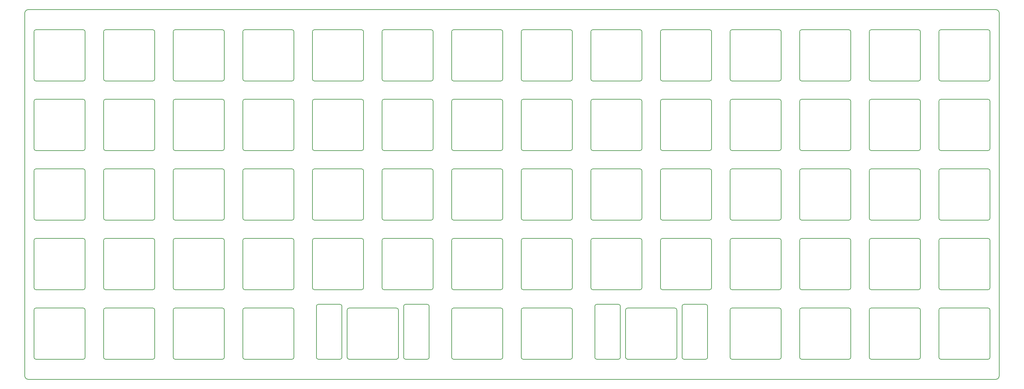
<source format=gbr>
%TF.GenerationSoftware,KiCad,Pcbnew,(6.0.4)*%
%TF.CreationDate,2022-09-11T20:29:28+10:00*%
%TF.ProjectId,plate,706c6174-652e-46b6-9963-61645f706362,rev?*%
%TF.SameCoordinates,Original*%
%TF.FileFunction,Profile,NP*%
%FSLAX46Y46*%
G04 Gerber Fmt 4.6, Leading zero omitted, Abs format (unit mm)*
G04 Created by KiCad (PCBNEW (6.0.4)) date 2022-09-11 20:29:28*
%MOMM*%
%LPD*%
G01*
G04 APERTURE LIST*
%TA.AperFunction,Profile*%
%ADD10C,0.200000*%
%TD*%
G04 APERTURE END LIST*
D10*
X59675000Y-22075000D02*
X59675000Y-35075000D01*
X2525000Y-92225000D02*
G75*
G03*
X3025000Y-92725000I500000J0D01*
G01*
X168925000Y-41125000D02*
G75*
G03*
X168425000Y-40625000I-500000J0D01*
G01*
X168925000Y-54125000D02*
X168925000Y-41125000D01*
X97775000Y-35075000D02*
G75*
G03*
X98275000Y-35575000I500000J0D01*
G01*
X225575000Y-73675000D02*
G75*
G03*
X226075000Y-73175000I0J500000D01*
G01*
X130325000Y-59675000D02*
X117325000Y-59675000D01*
X135875000Y-79225000D02*
X135875000Y-92225000D01*
X212575000Y-59675000D02*
G75*
G03*
X212075000Y-60175000I0J-500000D01*
G01*
X2525000Y-3025000D02*
X2525000Y-16025000D01*
X154925000Y-41125000D02*
X154925000Y-54125000D01*
X250675000Y-16525000D02*
X263675000Y-16525000D01*
X92725000Y-3025000D02*
G75*
G03*
X92225000Y-2525000I-500000J0D01*
G01*
X193525000Y-92725000D02*
X206525000Y-92725000D01*
X135875000Y-35075000D02*
G75*
G03*
X136375000Y-35575000I500000J0D01*
G01*
X250175000Y-92225000D02*
G75*
G03*
X250675000Y-92725000I500000J0D01*
G01*
X73175000Y-73675000D02*
G75*
G03*
X73675000Y-73175000I0J500000D01*
G01*
X263675000Y-59675000D02*
X250675000Y-59675000D01*
X130825000Y-79225000D02*
G75*
G03*
X130325000Y-78725000I-500000J0D01*
G01*
X78725000Y-60175000D02*
X78725000Y-73175000D01*
X155425000Y-73675000D02*
X168425000Y-73675000D01*
X111775000Y-73175000D02*
X111775000Y-60175000D01*
X35575000Y-54125000D02*
X35575000Y-41125000D01*
X22075000Y-54625000D02*
X35075000Y-54625000D01*
X35575000Y-60175000D02*
G75*
G03*
X35075000Y-59675000I-500000J0D01*
G01*
X187475000Y-40625000D02*
X174475000Y-40625000D01*
X16525000Y-54125000D02*
X16525000Y-41125000D01*
X250175000Y-79225000D02*
X250175000Y-92225000D01*
X193025000Y-54125000D02*
G75*
G03*
X193525000Y-54625000I500000J0D01*
G01*
X79225000Y-2525000D02*
G75*
G03*
X78725000Y-3025000I0J-500000D01*
G01*
X264175000Y-60175000D02*
G75*
G03*
X263675000Y-59675000I-500000J0D01*
G01*
X231125000Y-35075000D02*
G75*
G03*
X231625000Y-35575000I500000J0D01*
G01*
X117325000Y-2525000D02*
G75*
G03*
X116825000Y-3025000I0J-500000D01*
G01*
X98275000Y-54625000D02*
X111275000Y-54625000D01*
X225575000Y-40625000D02*
X212575000Y-40625000D01*
X231625000Y-35575000D02*
X244625000Y-35575000D01*
X102250000Y-92225000D02*
X102250000Y-79225000D01*
X263675000Y-16525000D02*
G75*
G03*
X264175000Y-16025000I0J500000D01*
G01*
X40625000Y-79225000D02*
X40625000Y-92225000D01*
X21575000Y-79225000D02*
X21575000Y-92225000D01*
X73175000Y-78725000D02*
X60175000Y-78725000D01*
X35575000Y-35075000D02*
X35575000Y-22075000D01*
X54125000Y-40625000D02*
X41125000Y-40625000D01*
X212575000Y-21575000D02*
G75*
G03*
X212075000Y-22075000I0J-500000D01*
G01*
X155425000Y-40625000D02*
G75*
G03*
X154925000Y-41125000I0J-500000D01*
G01*
X154925000Y-54125000D02*
G75*
G03*
X155425000Y-54625000I500000J0D01*
G01*
X92225000Y-16525000D02*
G75*
G03*
X92725000Y-16025000I0J500000D01*
G01*
X154925000Y-60175000D02*
X154925000Y-73175000D01*
X212075000Y-41125000D02*
X212075000Y-54125000D01*
X79225000Y-16525000D02*
X92225000Y-16525000D01*
X207025000Y-60175000D02*
G75*
G03*
X206525000Y-59675000I-500000J0D01*
G01*
X40625000Y-92225000D02*
G75*
G03*
X41125000Y-92725000I500000J0D01*
G01*
X156512000Y-77725000D02*
G75*
G03*
X156012000Y-78225000I0J-500000D01*
G01*
X35075000Y-59675000D02*
X22075000Y-59675000D01*
X212075000Y-54125000D02*
G75*
G03*
X212575000Y-54625000I500000J0D01*
G01*
X3025000Y-40625000D02*
G75*
G03*
X2525000Y-41125000I0J-500000D01*
G01*
X40625000Y-41125000D02*
X40625000Y-54125000D01*
X88250000Y-92225000D02*
G75*
G03*
X88750000Y-92725000I500000J0D01*
G01*
X3025000Y-54625000D02*
X16025000Y-54625000D01*
X168925000Y-22075000D02*
G75*
G03*
X168425000Y-21575000I-500000J0D01*
G01*
X250675000Y-59675000D02*
G75*
G03*
X250175000Y-60175000I0J-500000D01*
G01*
X16025000Y-54625000D02*
G75*
G03*
X16525000Y-54125000I0J500000D01*
G01*
X206525000Y-59675000D02*
X193525000Y-59675000D01*
X187475000Y-73675000D02*
G75*
G03*
X187975000Y-73175000I0J500000D01*
G01*
X54125000Y-2525000D02*
X41125000Y-2525000D01*
X187975000Y-54125000D02*
X187975000Y-41125000D01*
X111275000Y-73675000D02*
G75*
G03*
X111775000Y-73175000I0J500000D01*
G01*
X136375000Y-35575000D02*
X149375000Y-35575000D01*
X92725000Y-41125000D02*
G75*
G03*
X92225000Y-40625000I-500000J0D01*
G01*
X16025000Y-59675000D02*
X3025000Y-59675000D01*
X21575000Y-22075000D02*
X21575000Y-35075000D01*
X60175000Y-21575000D02*
G75*
G03*
X59675000Y-22075000I0J-500000D01*
G01*
X78725000Y-73175000D02*
G75*
G03*
X79225000Y-73675000I500000J0D01*
G01*
X265700000Y-98250000D02*
X1000000Y-98250000D01*
X35575000Y-16025000D02*
X35575000Y-3025000D01*
X168425000Y-40625000D02*
X155425000Y-40625000D01*
X130325000Y-92725000D02*
G75*
G03*
X130825000Y-92225000I0J500000D01*
G01*
X41125000Y-21575000D02*
G75*
G03*
X40625000Y-22075000I0J-500000D01*
G01*
X263675000Y-54625000D02*
G75*
G03*
X264175000Y-54125000I0J500000D01*
G01*
X104188000Y-77725000D02*
G75*
G03*
X103688000Y-78225000I0J-500000D01*
G01*
X21575000Y-60175000D02*
X21575000Y-73175000D01*
X156512000Y-92725000D02*
X162512000Y-92725000D01*
X41125000Y-16525000D02*
X54125000Y-16525000D01*
X2525000Y-16025000D02*
G75*
G03*
X3025000Y-16525000I500000J0D01*
G01*
X88250000Y-79225000D02*
X88250000Y-92225000D01*
X97775000Y-60175000D02*
X97775000Y-73175000D01*
X156012000Y-92225000D02*
G75*
G03*
X156512000Y-92725000I500000J0D01*
G01*
X92225000Y-40625000D02*
X79225000Y-40625000D01*
X73175000Y-59675000D02*
X60175000Y-59675000D01*
X149375000Y-92725000D02*
G75*
G03*
X149875000Y-92225000I0J500000D01*
G01*
X117325000Y-78725000D02*
G75*
G03*
X116825000Y-79225000I0J-500000D01*
G01*
X162512000Y-77725000D02*
X156512000Y-77725000D01*
X193025000Y-73175000D02*
G75*
G03*
X193525000Y-73675000I500000J0D01*
G01*
X73175000Y-21575000D02*
X60175000Y-21575000D01*
X231125000Y-79225000D02*
X231125000Y-92225000D01*
X35575000Y-73175000D02*
X35575000Y-60175000D01*
X212075000Y-35075000D02*
G75*
G03*
X212575000Y-35575000I500000J0D01*
G01*
X173975000Y-16025000D02*
G75*
G03*
X174475000Y-16525000I500000J0D01*
G01*
X225575000Y-59675000D02*
X212575000Y-59675000D01*
X116825000Y-73175000D02*
G75*
G03*
X117325000Y-73675000I500000J0D01*
G01*
X155425000Y-35575000D02*
X168425000Y-35575000D01*
X98275000Y-16525000D02*
X111275000Y-16525000D01*
X263675000Y-35575000D02*
G75*
G03*
X264175000Y-35075000I0J500000D01*
G01*
X41125000Y-35575000D02*
X54125000Y-35575000D01*
X193025000Y-60175000D02*
X193025000Y-73175000D01*
X212075000Y-3025000D02*
X212075000Y-16025000D01*
X98275000Y-40625000D02*
G75*
G03*
X97775000Y-41125000I0J-500000D01*
G01*
X149875000Y-79225000D02*
G75*
G03*
X149375000Y-78725000I-500000J0D01*
G01*
X226075000Y-92225000D02*
X226075000Y-79225000D01*
X78725000Y-35075000D02*
G75*
G03*
X79225000Y-35575000I500000J0D01*
G01*
X231125000Y-3025000D02*
X231125000Y-16025000D01*
X98275000Y-59675000D02*
G75*
G03*
X97775000Y-60175000I0J-500000D01*
G01*
X111275000Y-40625000D02*
X98275000Y-40625000D01*
X21575000Y-16025000D02*
G75*
G03*
X22075000Y-16525000I500000J0D01*
G01*
X130325000Y-16525000D02*
G75*
G03*
X130825000Y-16025000I0J500000D01*
G01*
X35075000Y-21575000D02*
X22075000Y-21575000D01*
X212575000Y-78725000D02*
G75*
G03*
X212075000Y-79225000I0J-500000D01*
G01*
X92225000Y-73675000D02*
G75*
G03*
X92725000Y-73175000I0J500000D01*
G01*
X98275000Y-21575000D02*
G75*
G03*
X97775000Y-22075000I0J-500000D01*
G01*
X149875000Y-54125000D02*
X149875000Y-41125000D01*
X244625000Y-59675000D02*
X231625000Y-59675000D01*
X187475000Y-54625000D02*
G75*
G03*
X187975000Y-54125000I0J500000D01*
G01*
X111775000Y-54125000D02*
X111775000Y-41125000D01*
X154925000Y-3025000D02*
X154925000Y-16025000D01*
X244625000Y-35575000D02*
G75*
G03*
X245125000Y-35075000I0J500000D01*
G01*
X244625000Y-2525000D02*
X231625000Y-2525000D01*
X226075000Y-79225000D02*
G75*
G03*
X225575000Y-78725000I-500000J0D01*
G01*
X3025000Y-78725000D02*
G75*
G03*
X2525000Y-79225000I0J-500000D01*
G01*
X193025000Y-22075000D02*
X193025000Y-35075000D01*
X79225000Y-59675000D02*
G75*
G03*
X78725000Y-60175000I0J-500000D01*
G01*
X225575000Y-16525000D02*
G75*
G03*
X226075000Y-16025000I0J500000D01*
G01*
X40625000Y-73175000D02*
G75*
G03*
X41125000Y-73675000I500000J0D01*
G01*
X206525000Y-16525000D02*
G75*
G03*
X207025000Y-16025000I0J500000D01*
G01*
X16025000Y-2525000D02*
X3025000Y-2525000D01*
X263675000Y-2525000D02*
X250675000Y-2525000D01*
X40625000Y-54125000D02*
G75*
G03*
X41125000Y-54625000I500000J0D01*
G01*
X266700000Y2000000D02*
X266700000Y-97250000D01*
X174475000Y-54625000D02*
X187475000Y-54625000D01*
X193525000Y-54625000D02*
X206525000Y-54625000D01*
X136375000Y-78725000D02*
G75*
G03*
X135875000Y-79225000I0J-500000D01*
G01*
X110188000Y-77725000D02*
X104188000Y-77725000D01*
X212575000Y-40625000D02*
G75*
G03*
X212075000Y-41125000I0J-500000D01*
G01*
X193025000Y-41125000D02*
X193025000Y-54125000D01*
X86812000Y-92225000D02*
X86812000Y-78225000D01*
X266700000Y2000000D02*
G75*
G03*
X265700000Y3000000I-1000000J0D01*
G01*
X35575000Y-3025000D02*
G75*
G03*
X35075000Y-2525000I-500000J0D01*
G01*
X193525000Y-16525000D02*
X206525000Y-16525000D01*
X264175000Y-3025000D02*
G75*
G03*
X263675000Y-2525000I-500000J0D01*
G01*
X80312000Y-77725000D02*
G75*
G03*
X79812000Y-78225000I0J-500000D01*
G01*
X231125000Y-73175000D02*
G75*
G03*
X231625000Y-73675000I500000J0D01*
G01*
X2525000Y-73175000D02*
G75*
G03*
X3025000Y-73675000I500000J0D01*
G01*
X41125000Y-92725000D02*
X54125000Y-92725000D01*
X135875000Y-73175000D02*
G75*
G03*
X136375000Y-73675000I500000J0D01*
G01*
X110188000Y-92725000D02*
G75*
G03*
X110688000Y-92225000I0J500000D01*
G01*
X212075000Y-16025000D02*
G75*
G03*
X212575000Y-16525000I500000J0D01*
G01*
X88750000Y-92725000D02*
X101750000Y-92725000D01*
X154925000Y-16025000D02*
G75*
G03*
X155425000Y-16525000I500000J0D01*
G01*
X88750000Y-78725000D02*
G75*
G03*
X88250000Y-79225000I0J-500000D01*
G01*
X16025000Y-40625000D02*
X3025000Y-40625000D01*
X54625000Y-22075000D02*
G75*
G03*
X54125000Y-21575000I-500000J0D01*
G01*
X179888000Y-92225000D02*
G75*
G03*
X180388000Y-92725000I500000J0D01*
G01*
X225575000Y-21575000D02*
X212575000Y-21575000D01*
X263675000Y-40625000D02*
X250675000Y-40625000D01*
X250175000Y-22075000D02*
X250175000Y-35075000D01*
X86312000Y-77725000D02*
X80312000Y-77725000D01*
X2525000Y-22075000D02*
X2525000Y-35075000D01*
X79225000Y-73675000D02*
X92225000Y-73675000D01*
X21575000Y-3025000D02*
X21575000Y-16025000D01*
X35075000Y-35575000D02*
G75*
G03*
X35575000Y-35075000I0J500000D01*
G01*
X250675000Y-92725000D02*
X263675000Y-92725000D01*
X206525000Y-54625000D02*
G75*
G03*
X207025000Y-54125000I0J500000D01*
G01*
X130825000Y-35075000D02*
X130825000Y-22075000D01*
X250675000Y-73675000D02*
X263675000Y-73675000D01*
X149375000Y-21575000D02*
X136375000Y-21575000D01*
X21575000Y-35075000D02*
G75*
G03*
X22075000Y-35575000I500000J0D01*
G01*
X73175000Y-35575000D02*
G75*
G03*
X73675000Y-35075000I0J500000D01*
G01*
X54125000Y-54625000D02*
G75*
G03*
X54625000Y-54125000I0J500000D01*
G01*
X54625000Y-41125000D02*
G75*
G03*
X54125000Y-40625000I-500000J0D01*
G01*
X178450000Y-92225000D02*
X178450000Y-79225000D01*
X231625000Y-2525000D02*
G75*
G03*
X231125000Y-3025000I0J-500000D01*
G01*
X187975000Y-41125000D02*
G75*
G03*
X187475000Y-40625000I-500000J0D01*
G01*
X245125000Y-92225000D02*
X245125000Y-79225000D01*
X180388000Y-92725000D02*
X186388000Y-92725000D01*
X0Y-97250000D02*
X0Y2000000D01*
X212575000Y-54625000D02*
X225575000Y-54625000D01*
X98275000Y-35575000D02*
X111275000Y-35575000D01*
X92725000Y-60175000D02*
G75*
G03*
X92225000Y-59675000I-500000J0D01*
G01*
X245125000Y-35075000D02*
X245125000Y-22075000D01*
X149875000Y-16025000D02*
X149875000Y-3025000D01*
X103688000Y-78225000D02*
X103688000Y-92225000D01*
X41125000Y-59675000D02*
G75*
G03*
X40625000Y-60175000I0J-500000D01*
G01*
X111275000Y-21575000D02*
X98275000Y-21575000D01*
X149875000Y-73175000D02*
X149875000Y-60175000D01*
X250175000Y-35075000D02*
G75*
G03*
X250675000Y-35575000I500000J0D01*
G01*
X226075000Y-54125000D02*
X226075000Y-41125000D01*
X168925000Y-16025000D02*
X168925000Y-3025000D01*
X168925000Y-3025000D02*
G75*
G03*
X168425000Y-2525000I-500000J0D01*
G01*
X98275000Y-73675000D02*
X111275000Y-73675000D01*
X92725000Y-54125000D02*
X92725000Y-41125000D01*
X22075000Y-21575000D02*
G75*
G03*
X21575000Y-22075000I0J-500000D01*
G01*
X173975000Y-60175000D02*
X173975000Y-73175000D01*
X174475000Y-59675000D02*
G75*
G03*
X173975000Y-60175000I0J-500000D01*
G01*
X264175000Y-16025000D02*
X264175000Y-3025000D01*
X135875000Y-92225000D02*
G75*
G03*
X136375000Y-92725000I500000J0D01*
G01*
X111775000Y-35075000D02*
X111775000Y-22075000D01*
X250675000Y-2525000D02*
G75*
G03*
X250175000Y-3025000I0J-500000D01*
G01*
X149375000Y-54625000D02*
G75*
G03*
X149875000Y-54125000I0J500000D01*
G01*
X41125000Y-54625000D02*
X54125000Y-54625000D01*
X263675000Y-78725000D02*
X250675000Y-78725000D01*
X149375000Y-59675000D02*
X136375000Y-59675000D01*
X225575000Y-35575000D02*
G75*
G03*
X226075000Y-35075000I0J500000D01*
G01*
X193525000Y-2525000D02*
G75*
G03*
X193025000Y-3025000I0J-500000D01*
G01*
X92225000Y-59675000D02*
X79225000Y-59675000D01*
X244625000Y-92725000D02*
G75*
G03*
X245125000Y-92225000I0J500000D01*
G01*
X92725000Y-16025000D02*
X92725000Y-3025000D01*
X60175000Y-16525000D02*
X73175000Y-16525000D01*
X130825000Y-54125000D02*
X130825000Y-41125000D01*
X149875000Y-60175000D02*
G75*
G03*
X149375000Y-59675000I-500000J0D01*
G01*
X135875000Y-16025000D02*
G75*
G03*
X136375000Y-16525000I500000J0D01*
G01*
X116825000Y-79225000D02*
X116825000Y-92225000D01*
X212575000Y-16525000D02*
X225575000Y-16525000D01*
X73675000Y-35075000D02*
X73675000Y-22075000D01*
X168425000Y-16525000D02*
G75*
G03*
X168925000Y-16025000I0J500000D01*
G01*
X59675000Y-35075000D02*
G75*
G03*
X60175000Y-35575000I500000J0D01*
G01*
X231125000Y-92225000D02*
G75*
G03*
X231625000Y-92725000I500000J0D01*
G01*
X54625000Y-16025000D02*
X54625000Y-3025000D01*
X97775000Y-3025000D02*
X97775000Y-16025000D01*
X3025000Y-35575000D02*
X16025000Y-35575000D01*
X116825000Y-92225000D02*
G75*
G03*
X117325000Y-92725000I500000J0D01*
G01*
X40625000Y-3025000D02*
X40625000Y-16025000D01*
X59675000Y-60175000D02*
X59675000Y-73175000D01*
X149375000Y-2525000D02*
X136375000Y-2525000D01*
X117325000Y-16525000D02*
X130325000Y-16525000D01*
X22075000Y-59675000D02*
G75*
G03*
X21575000Y-60175000I0J-500000D01*
G01*
X104188000Y-92725000D02*
X110188000Y-92725000D01*
X244625000Y-40625000D02*
X231625000Y-40625000D01*
X244625000Y-54625000D02*
G75*
G03*
X245125000Y-54125000I0J500000D01*
G01*
X22075000Y-2525000D02*
G75*
G03*
X21575000Y-3025000I0J-500000D01*
G01*
X116825000Y-35075000D02*
G75*
G03*
X117325000Y-35575000I500000J0D01*
G01*
X212575000Y-2525000D02*
G75*
G03*
X212075000Y-3025000I0J-500000D01*
G01*
X2525000Y-60175000D02*
X2525000Y-73175000D01*
X60175000Y-92725000D02*
X73175000Y-92725000D01*
X168425000Y-73675000D02*
G75*
G03*
X168925000Y-73175000I0J500000D01*
G01*
X174475000Y-16525000D02*
X187475000Y-16525000D01*
X149875000Y-35075000D02*
X149875000Y-22075000D01*
X59675000Y-16025000D02*
G75*
G03*
X60175000Y-16525000I500000J0D01*
G01*
X187475000Y-21575000D02*
X174475000Y-21575000D01*
X231625000Y-78725000D02*
G75*
G03*
X231125000Y-79225000I0J-500000D01*
G01*
X177950000Y-78725000D02*
X164950000Y-78725000D01*
X98275000Y-2525000D02*
G75*
G03*
X97775000Y-3025000I0J-500000D01*
G01*
X116825000Y-60175000D02*
X116825000Y-73175000D01*
X207025000Y-54125000D02*
X207025000Y-41125000D01*
X130825000Y-22075000D02*
G75*
G03*
X130325000Y-21575000I-500000J0D01*
G01*
X35575000Y-79225000D02*
G75*
G03*
X35075000Y-78725000I-500000J0D01*
G01*
X79225000Y-35575000D02*
X92225000Y-35575000D01*
X116825000Y-54125000D02*
G75*
G03*
X117325000Y-54625000I500000J0D01*
G01*
X54125000Y-73675000D02*
G75*
G03*
X54625000Y-73175000I0J500000D01*
G01*
X21575000Y-54125000D02*
G75*
G03*
X22075000Y-54625000I500000J0D01*
G01*
X136375000Y-16525000D02*
X149375000Y-16525000D01*
X207025000Y-79225000D02*
G75*
G03*
X206525000Y-78725000I-500000J0D01*
G01*
X245125000Y-22075000D02*
G75*
G03*
X244625000Y-21575000I-500000J0D01*
G01*
X168425000Y-35575000D02*
G75*
G03*
X168925000Y-35075000I0J500000D01*
G01*
X130825000Y-3025000D02*
G75*
G03*
X130325000Y-2525000I-500000J0D01*
G01*
X187975000Y-60175000D02*
G75*
G03*
X187475000Y-59675000I-500000J0D01*
G01*
X3025000Y-73675000D02*
X16025000Y-73675000D01*
X212575000Y-73675000D02*
X225575000Y-73675000D01*
X193525000Y-40625000D02*
G75*
G03*
X193025000Y-41125000I0J-500000D01*
G01*
X73675000Y-92225000D02*
X73675000Y-79225000D01*
X16525000Y-3025000D02*
G75*
G03*
X16025000Y-2525000I-500000J0D01*
G01*
X130825000Y-60175000D02*
G75*
G03*
X130325000Y-59675000I-500000J0D01*
G01*
X60175000Y-73675000D02*
X73175000Y-73675000D01*
X245125000Y-41125000D02*
G75*
G03*
X244625000Y-40625000I-500000J0D01*
G01*
X60175000Y-40625000D02*
G75*
G03*
X59675000Y-41125000I0J-500000D01*
G01*
X73675000Y-41125000D02*
G75*
G03*
X73175000Y-40625000I-500000J0D01*
G01*
X3025000Y-16525000D02*
X16025000Y-16525000D01*
X130325000Y-2525000D02*
X117325000Y-2525000D01*
X149875000Y-41125000D02*
G75*
G03*
X149375000Y-40625000I-500000J0D01*
G01*
X174475000Y-40625000D02*
G75*
G03*
X173975000Y-41125000I0J-500000D01*
G01*
X193025000Y-79225000D02*
X193025000Y-92225000D01*
X250675000Y-21575000D02*
G75*
G03*
X250175000Y-22075000I0J-500000D01*
G01*
X40625000Y-16025000D02*
G75*
G03*
X41125000Y-16525000I500000J0D01*
G01*
X35075000Y-73675000D02*
G75*
G03*
X35575000Y-73175000I0J500000D01*
G01*
X231625000Y-40625000D02*
G75*
G03*
X231125000Y-41125000I0J-500000D01*
G01*
X16025000Y-78725000D02*
X3025000Y-78725000D01*
X174475000Y-21575000D02*
G75*
G03*
X173975000Y-22075000I0J-500000D01*
G01*
X135875000Y-3025000D02*
X135875000Y-16025000D01*
X179888000Y-78225000D02*
X179888000Y-92225000D01*
X22075000Y-92725000D02*
X35075000Y-92725000D01*
X97775000Y-54125000D02*
G75*
G03*
X98275000Y-54625000I500000J0D01*
G01*
X79225000Y-40625000D02*
G75*
G03*
X78725000Y-41125000I0J-500000D01*
G01*
X16025000Y-35575000D02*
G75*
G03*
X16525000Y-35075000I0J500000D01*
G01*
X187975000Y-35075000D02*
X187975000Y-22075000D01*
X136375000Y-73675000D02*
X149375000Y-73675000D01*
X174475000Y-35575000D02*
X187475000Y-35575000D01*
X207025000Y-41125000D02*
G75*
G03*
X206525000Y-40625000I-500000J0D01*
G01*
X173975000Y-73175000D02*
G75*
G03*
X174475000Y-73675000I500000J0D01*
G01*
X155425000Y-2525000D02*
G75*
G03*
X154925000Y-3025000I0J-500000D01*
G01*
X187475000Y-35575000D02*
G75*
G03*
X187975000Y-35075000I0J500000D01*
G01*
X35575000Y-92225000D02*
X35575000Y-79225000D01*
X164950000Y-92725000D02*
X177950000Y-92725000D01*
X231625000Y-16525000D02*
X244625000Y-16525000D01*
X206525000Y-92725000D02*
G75*
G03*
X207025000Y-92225000I0J500000D01*
G01*
X250675000Y-40625000D02*
G75*
G03*
X250175000Y-41125000I0J-500000D01*
G01*
X245125000Y-3025000D02*
G75*
G03*
X244625000Y-2525000I-500000J0D01*
G01*
X22075000Y-16525000D02*
X35075000Y-16525000D01*
X162512000Y-92725000D02*
G75*
G03*
X163012000Y-92225000I0J500000D01*
G01*
X97775000Y-41125000D02*
X97775000Y-54125000D01*
X60175000Y-59675000D02*
G75*
G03*
X59675000Y-60175000I0J-500000D01*
G01*
X2525000Y-79225000D02*
X2525000Y-92225000D01*
X264175000Y-79225000D02*
G75*
G03*
X263675000Y-78725000I-500000J0D01*
G01*
X212075000Y-73175000D02*
G75*
G03*
X212575000Y-73675000I500000J0D01*
G01*
X3025000Y-2525000D02*
G75*
G03*
X2525000Y-3025000I0J-500000D01*
G01*
X92225000Y-2525000D02*
X79225000Y-2525000D01*
X73175000Y-40625000D02*
X60175000Y-40625000D01*
X193025000Y-3025000D02*
X193025000Y-16025000D01*
X225575000Y-54625000D02*
G75*
G03*
X226075000Y-54125000I0J500000D01*
G01*
X2525000Y-41125000D02*
X2525000Y-54125000D01*
X155425000Y-21575000D02*
G75*
G03*
X154925000Y-22075000I0J-500000D01*
G01*
X206525000Y-35575000D02*
G75*
G03*
X207025000Y-35075000I0J500000D01*
G01*
X149375000Y-35575000D02*
G75*
G03*
X149875000Y-35075000I0J500000D01*
G01*
X35075000Y-92725000D02*
G75*
G03*
X35575000Y-92225000I0J500000D01*
G01*
X226075000Y-60175000D02*
G75*
G03*
X225575000Y-59675000I-500000J0D01*
G01*
X149875000Y-92225000D02*
X149875000Y-79225000D01*
X92725000Y-22075000D02*
G75*
G03*
X92225000Y-21575000I-500000J0D01*
G01*
X101750000Y-78725000D02*
X88750000Y-78725000D01*
X60175000Y-78725000D02*
G75*
G03*
X59675000Y-79225000I0J-500000D01*
G01*
X73675000Y-79225000D02*
G75*
G03*
X73175000Y-78725000I-500000J0D01*
G01*
X40625000Y-35075000D02*
G75*
G03*
X41125000Y-35575000I500000J0D01*
G01*
X168925000Y-35075000D02*
X168925000Y-22075000D01*
X78725000Y-3025000D02*
X78725000Y-16025000D01*
X40625000Y-22075000D02*
X40625000Y-35075000D01*
X92225000Y-21575000D02*
X79225000Y-21575000D01*
X97775000Y-73175000D02*
G75*
G03*
X98275000Y-73675000I500000J0D01*
G01*
X35075000Y-40625000D02*
X22075000Y-40625000D01*
X92725000Y-35075000D02*
X92725000Y-22075000D01*
X250175000Y-60175000D02*
X250175000Y-73175000D01*
X226075000Y-16025000D02*
X226075000Y-3025000D01*
X22075000Y-40625000D02*
G75*
G03*
X21575000Y-41125000I0J-500000D01*
G01*
X231125000Y-41125000D02*
X231125000Y-54125000D01*
X60175000Y-2525000D02*
G75*
G03*
X59675000Y-3025000I0J-500000D01*
G01*
X193025000Y-92225000D02*
G75*
G03*
X193525000Y-92725000I500000J0D01*
G01*
X207025000Y-16025000D02*
X207025000Y-3025000D01*
X73675000Y-73175000D02*
X73675000Y-60175000D01*
X78725000Y-16025000D02*
G75*
G03*
X79225000Y-16525000I500000J0D01*
G01*
X54625000Y-35075000D02*
X54625000Y-22075000D01*
X186388000Y-92725000D02*
G75*
G03*
X186888000Y-92225000I0J500000D01*
G01*
X54125000Y-78725000D02*
X41125000Y-78725000D01*
X173975000Y-22075000D02*
X173975000Y-35075000D01*
X54625000Y-92225000D02*
X54625000Y-79225000D01*
X22075000Y-35575000D02*
X35075000Y-35575000D01*
X168425000Y-54625000D02*
G75*
G03*
X168925000Y-54125000I0J500000D01*
G01*
X231625000Y-59675000D02*
G75*
G03*
X231125000Y-60175000I0J-500000D01*
G01*
X73675000Y-54125000D02*
X73675000Y-41125000D01*
X59675000Y-73175000D02*
G75*
G03*
X60175000Y-73675000I500000J0D01*
G01*
X21575000Y-73175000D02*
G75*
G03*
X22075000Y-73675000I500000J0D01*
G01*
X73175000Y-16525000D02*
G75*
G03*
X73675000Y-16025000I0J500000D01*
G01*
X1000000Y3000000D02*
G75*
G03*
X0Y2000000I0J-1000000D01*
G01*
X207025000Y-3025000D02*
G75*
G03*
X206525000Y-2525000I-500000J0D01*
G01*
X135875000Y-54125000D02*
G75*
G03*
X136375000Y-54625000I500000J0D01*
G01*
X193525000Y-73675000D02*
X206525000Y-73675000D01*
X212575000Y-92725000D02*
X225575000Y-92725000D01*
X54125000Y-59675000D02*
X41125000Y-59675000D01*
X41125000Y-40625000D02*
G75*
G03*
X40625000Y-41125000I0J-500000D01*
G01*
X22075000Y-78725000D02*
G75*
G03*
X21575000Y-79225000I0J-500000D01*
G01*
X130825000Y-73175000D02*
X130825000Y-60175000D01*
X103688000Y-92225000D02*
G75*
G03*
X104188000Y-92725000I500000J0D01*
G01*
X78725000Y-54125000D02*
G75*
G03*
X79225000Y-54625000I500000J0D01*
G01*
X73675000Y-60175000D02*
G75*
G03*
X73175000Y-59675000I-500000J0D01*
G01*
X16525000Y-79225000D02*
G75*
G03*
X16025000Y-78725000I-500000J0D01*
G01*
X212075000Y-22075000D02*
X212075000Y-35075000D01*
X168425000Y-59675000D02*
X155425000Y-59675000D01*
X231125000Y-54125000D02*
G75*
G03*
X231625000Y-54625000I500000J0D01*
G01*
X101750000Y-92725000D02*
G75*
G03*
X102250000Y-92225000I0J500000D01*
G01*
X263675000Y-21575000D02*
X250675000Y-21575000D01*
X174475000Y-2525000D02*
G75*
G03*
X173975000Y-3025000I0J-500000D01*
G01*
X231625000Y-73675000D02*
X244625000Y-73675000D01*
X16025000Y-21575000D02*
X3025000Y-21575000D01*
X21575000Y-41125000D02*
X21575000Y-54125000D01*
X264175000Y-73175000D02*
X264175000Y-60175000D01*
X187975000Y-16025000D02*
X187975000Y-3025000D01*
X41125000Y-78725000D02*
G75*
G03*
X40625000Y-79225000I0J-500000D01*
G01*
X35075000Y-54625000D02*
G75*
G03*
X35575000Y-54125000I0J500000D01*
G01*
X73175000Y-92725000D02*
G75*
G03*
X73675000Y-92225000I0J500000D01*
G01*
X86312000Y-92725000D02*
G75*
G03*
X86812000Y-92225000I0J500000D01*
G01*
X2525000Y-35075000D02*
G75*
G03*
X3025000Y-35575000I500000J0D01*
G01*
X245125000Y-60175000D02*
G75*
G03*
X244625000Y-59675000I-500000J0D01*
G01*
X187975000Y-3025000D02*
G75*
G03*
X187475000Y-2525000I-500000J0D01*
G01*
X135875000Y-41125000D02*
X135875000Y-54125000D01*
X155425000Y-59675000D02*
G75*
G03*
X154925000Y-60175000I0J-500000D01*
G01*
X117325000Y-92725000D02*
X130325000Y-92725000D01*
X173975000Y-35075000D02*
G75*
G03*
X174475000Y-35575000I500000J0D01*
G01*
X3025000Y-21575000D02*
G75*
G03*
X2525000Y-22075000I0J-500000D01*
G01*
X154925000Y-22075000D02*
X154925000Y-35075000D01*
X35075000Y-16525000D02*
G75*
G03*
X35575000Y-16025000I0J500000D01*
G01*
X207025000Y-92225000D02*
X207025000Y-79225000D01*
X250175000Y-16025000D02*
G75*
G03*
X250675000Y-16525000I500000J0D01*
G01*
X264175000Y-54125000D02*
X264175000Y-41125000D01*
X117325000Y-40625000D02*
G75*
G03*
X116825000Y-41125000I0J-500000D01*
G01*
X73675000Y-3025000D02*
G75*
G03*
X73175000Y-2525000I-500000J0D01*
G01*
X164450000Y-92225000D02*
G75*
G03*
X164950000Y-92725000I500000J0D01*
G01*
X250175000Y-3025000D02*
X250175000Y-16025000D01*
X149375000Y-40625000D02*
X136375000Y-40625000D01*
X149875000Y-3025000D02*
G75*
G03*
X149375000Y-2525000I-500000J0D01*
G01*
X244625000Y-16525000D02*
G75*
G03*
X245125000Y-16025000I0J500000D01*
G01*
X54125000Y-16525000D02*
G75*
G03*
X54625000Y-16025000I0J500000D01*
G01*
X35575000Y-22075000D02*
G75*
G03*
X35075000Y-21575000I-500000J0D01*
G01*
X130325000Y-54625000D02*
G75*
G03*
X130825000Y-54125000I0J500000D01*
G01*
X78725000Y-22075000D02*
X78725000Y-35075000D01*
X173975000Y-41125000D02*
X173975000Y-54125000D01*
X111275000Y-2525000D02*
X98275000Y-2525000D01*
X226075000Y-73175000D02*
X226075000Y-60175000D01*
X163012000Y-78225000D02*
G75*
G03*
X162512000Y-77725000I-500000J0D01*
G01*
X231625000Y-92725000D02*
X244625000Y-92725000D01*
X110688000Y-78225000D02*
G75*
G03*
X110188000Y-77725000I-500000J0D01*
G01*
X1000000Y3000000D02*
X265700000Y3000000D01*
X136375000Y-59675000D02*
G75*
G03*
X135875000Y-60175000I0J-500000D01*
G01*
X186888000Y-92225000D02*
X186888000Y-78225000D01*
X111275000Y-54625000D02*
G75*
G03*
X111775000Y-54125000I0J500000D01*
G01*
X130325000Y-78725000D02*
X117325000Y-78725000D01*
X41125000Y-73675000D02*
X54125000Y-73675000D01*
X3025000Y-92725000D02*
X16025000Y-92725000D01*
X186388000Y-77725000D02*
X180388000Y-77725000D01*
X16525000Y-73175000D02*
X16525000Y-60175000D01*
X54125000Y-21575000D02*
X41125000Y-21575000D01*
X3025000Y-59675000D02*
G75*
G03*
X2525000Y-60175000I0J-500000D01*
G01*
X263675000Y-92725000D02*
G75*
G03*
X264175000Y-92225000I0J500000D01*
G01*
X111775000Y-16025000D02*
X111775000Y-3025000D01*
X92725000Y-73175000D02*
X92725000Y-60175000D01*
X250675000Y-35575000D02*
X263675000Y-35575000D01*
X226075000Y-35075000D02*
X226075000Y-22075000D01*
X130325000Y-21575000D02*
X117325000Y-21575000D01*
X135875000Y-22075000D02*
X135875000Y-35075000D01*
X193525000Y-35575000D02*
X206525000Y-35575000D01*
X193525000Y-21575000D02*
G75*
G03*
X193025000Y-22075000I0J-500000D01*
G01*
X54125000Y-35575000D02*
G75*
G03*
X54625000Y-35075000I0J500000D01*
G01*
X116825000Y-3025000D02*
X116825000Y-16025000D01*
X117325000Y-35575000D02*
X130325000Y-35575000D01*
X97775000Y-22075000D02*
X97775000Y-35075000D01*
X180388000Y-77725000D02*
G75*
G03*
X179888000Y-78225000I0J-500000D01*
G01*
X79812000Y-92225000D02*
G75*
G03*
X80312000Y-92725000I500000J0D01*
G01*
X225575000Y-2525000D02*
X212575000Y-2525000D01*
X250675000Y-54625000D02*
X263675000Y-54625000D01*
X73175000Y-2525000D02*
X60175000Y-2525000D01*
X149375000Y-73675000D02*
G75*
G03*
X149875000Y-73175000I0J500000D01*
G01*
X130325000Y-73675000D02*
G75*
G03*
X130825000Y-73175000I0J500000D01*
G01*
X16025000Y-16525000D02*
G75*
G03*
X16525000Y-16025000I0J500000D01*
G01*
X231125000Y-60175000D02*
X231125000Y-73175000D01*
X245125000Y-54125000D02*
X245125000Y-41125000D01*
X186888000Y-78225000D02*
G75*
G03*
X186388000Y-77725000I-500000J0D01*
G01*
X206525000Y-40625000D02*
X193525000Y-40625000D01*
X16025000Y-73675000D02*
G75*
G03*
X16525000Y-73175000I0J500000D01*
G01*
X164450000Y-79225000D02*
X164450000Y-92225000D01*
X244625000Y-21575000D02*
X231625000Y-21575000D01*
X0Y-97250000D02*
G75*
G03*
X1000000Y-98250000I1000000J0D01*
G01*
X155425000Y-54625000D02*
X168425000Y-54625000D01*
X250675000Y-78725000D02*
G75*
G03*
X250175000Y-79225000I0J-500000D01*
G01*
X163012000Y-92225000D02*
X163012000Y-78225000D01*
X244625000Y-73675000D02*
G75*
G03*
X245125000Y-73175000I0J500000D01*
G01*
X102250000Y-79225000D02*
G75*
G03*
X101750000Y-78725000I-500000J0D01*
G01*
X16525000Y-22075000D02*
G75*
G03*
X16025000Y-21575000I-500000J0D01*
G01*
X250175000Y-54125000D02*
G75*
G03*
X250675000Y-54625000I500000J0D01*
G01*
X168925000Y-73175000D02*
X168925000Y-60175000D01*
X73175000Y-54625000D02*
G75*
G03*
X73675000Y-54125000I0J500000D01*
G01*
X207025000Y-35075000D02*
X207025000Y-22075000D01*
X59675000Y-79225000D02*
X59675000Y-92225000D01*
X231125000Y-16025000D02*
G75*
G03*
X231625000Y-16525000I500000J0D01*
G01*
X80312000Y-92725000D02*
X86312000Y-92725000D01*
X264175000Y-35075000D02*
X264175000Y-22075000D01*
X149375000Y-78725000D02*
X136375000Y-78725000D01*
X78725000Y-41125000D02*
X78725000Y-54125000D01*
X117325000Y-54625000D02*
X130325000Y-54625000D01*
X226075000Y-41125000D02*
G75*
G03*
X225575000Y-40625000I-500000J0D01*
G01*
X263675000Y-73675000D02*
G75*
G03*
X264175000Y-73175000I0J500000D01*
G01*
X35075000Y-2525000D02*
X22075000Y-2525000D01*
X60175000Y-35575000D02*
X73175000Y-35575000D01*
X136375000Y-40625000D02*
G75*
G03*
X135875000Y-41125000I0J-500000D01*
G01*
X193525000Y-59675000D02*
G75*
G03*
X193025000Y-60175000I0J-500000D01*
G01*
X206525000Y-2525000D02*
X193525000Y-2525000D01*
X35575000Y-41125000D02*
G75*
G03*
X35075000Y-40625000I-500000J0D01*
G01*
X2525000Y-54125000D02*
G75*
G03*
X3025000Y-54625000I500000J0D01*
G01*
X264175000Y-92225000D02*
X264175000Y-79225000D01*
X193025000Y-16025000D02*
G75*
G03*
X193525000Y-16525000I500000J0D01*
G01*
X16525000Y-16025000D02*
X16525000Y-3025000D01*
X135875000Y-60175000D02*
X135875000Y-73175000D01*
X79225000Y-21575000D02*
G75*
G03*
X78725000Y-22075000I0J-500000D01*
G01*
X136375000Y-92725000D02*
X149375000Y-92725000D01*
X97775000Y-16025000D02*
G75*
G03*
X98275000Y-16525000I500000J0D01*
G01*
X16525000Y-35075000D02*
X16525000Y-22075000D01*
X245125000Y-73175000D02*
X245125000Y-60175000D01*
X110688000Y-92225000D02*
X110688000Y-78225000D01*
X245125000Y-79225000D02*
G75*
G03*
X244625000Y-78725000I-500000J0D01*
G01*
X59675000Y-41125000D02*
X59675000Y-54125000D01*
X116825000Y-41125000D02*
X116825000Y-54125000D01*
X60175000Y-54625000D02*
X73175000Y-54625000D01*
X187475000Y-16525000D02*
G75*
G03*
X187975000Y-16025000I0J500000D01*
G01*
X54625000Y-73175000D02*
X54625000Y-60175000D01*
X41125000Y-2525000D02*
G75*
G03*
X40625000Y-3025000I0J-500000D01*
G01*
X92225000Y-35575000D02*
G75*
G03*
X92725000Y-35075000I0J500000D01*
G01*
X16525000Y-41125000D02*
G75*
G03*
X16025000Y-40625000I-500000J0D01*
G01*
X265700000Y-98250000D02*
G75*
G03*
X266700000Y-97250000I0J1000000D01*
G01*
X168425000Y-2525000D02*
X155425000Y-2525000D01*
X116825000Y-22075000D02*
X116825000Y-35075000D01*
X111275000Y-59675000D02*
X98275000Y-59675000D01*
X92225000Y-54625000D02*
G75*
G03*
X92725000Y-54125000I0J500000D01*
G01*
X136375000Y-21575000D02*
G75*
G03*
X135875000Y-22075000I0J-500000D01*
G01*
X226075000Y-22075000D02*
G75*
G03*
X225575000Y-21575000I-500000J0D01*
G01*
X155425000Y-16525000D02*
X168425000Y-16525000D01*
X225575000Y-92725000D02*
G75*
G03*
X226075000Y-92225000I0J500000D01*
G01*
X149875000Y-22075000D02*
G75*
G03*
X149375000Y-21575000I-500000J0D01*
G01*
X111775000Y-41125000D02*
G75*
G03*
X111275000Y-40625000I-500000J0D01*
G01*
X149375000Y-16525000D02*
G75*
G03*
X149875000Y-16025000I0J500000D01*
G01*
X187475000Y-2525000D02*
X174475000Y-2525000D01*
X130825000Y-92225000D02*
X130825000Y-79225000D01*
X111775000Y-22075000D02*
G75*
G03*
X111275000Y-21575000I-500000J0D01*
G01*
X231625000Y-54625000D02*
X244625000Y-54625000D01*
X231125000Y-22075000D02*
X231125000Y-35075000D01*
X206525000Y-21575000D02*
X193525000Y-21575000D01*
X54125000Y-92725000D02*
G75*
G03*
X54625000Y-92225000I0J500000D01*
G01*
X193025000Y-35075000D02*
G75*
G03*
X193525000Y-35575000I500000J0D01*
G01*
X54625000Y-60175000D02*
G75*
G03*
X54125000Y-59675000I-500000J0D01*
G01*
X117325000Y-73675000D02*
X130325000Y-73675000D01*
X212075000Y-92225000D02*
G75*
G03*
X212575000Y-92725000I500000J0D01*
G01*
X168425000Y-21575000D02*
X155425000Y-21575000D01*
X226075000Y-3025000D02*
G75*
G03*
X225575000Y-2525000I-500000J0D01*
G01*
X79812000Y-78225000D02*
X79812000Y-92225000D01*
X250175000Y-41125000D02*
X250175000Y-54125000D01*
X212075000Y-79225000D02*
X212075000Y-92225000D01*
X130325000Y-35575000D02*
G75*
G03*
X130825000Y-35075000I0J500000D01*
G01*
X73675000Y-22075000D02*
G75*
G03*
X73175000Y-21575000I-500000J0D01*
G01*
X212575000Y-35575000D02*
X225575000Y-35575000D01*
X187975000Y-22075000D02*
G75*
G03*
X187475000Y-21575000I-500000J0D01*
G01*
X207025000Y-22075000D02*
G75*
G03*
X206525000Y-21575000I-500000J0D01*
G01*
X136375000Y-2525000D02*
G75*
G03*
X135875000Y-3025000I0J-500000D01*
G01*
X59675000Y-92225000D02*
G75*
G03*
X60175000Y-92725000I500000J0D01*
G01*
X111275000Y-35575000D02*
G75*
G03*
X111775000Y-35075000I0J500000D01*
G01*
X193525000Y-78725000D02*
G75*
G03*
X193025000Y-79225000I0J-500000D01*
G01*
X117325000Y-59675000D02*
G75*
G03*
X116825000Y-60175000I0J-500000D01*
G01*
X22075000Y-73675000D02*
X35075000Y-73675000D01*
X111275000Y-16525000D02*
G75*
G03*
X111775000Y-16025000I0J500000D01*
G01*
X206525000Y-78725000D02*
X193525000Y-78725000D01*
X154925000Y-73175000D02*
G75*
G03*
X155425000Y-73675000I500000J0D01*
G01*
X231625000Y-21575000D02*
G75*
G03*
X231125000Y-22075000I0J-500000D01*
G01*
X244625000Y-78725000D02*
X231625000Y-78725000D01*
X21575000Y-92225000D02*
G75*
G03*
X22075000Y-92725000I500000J0D01*
G01*
X173975000Y-3025000D02*
X173975000Y-16025000D01*
X264175000Y-41125000D02*
G75*
G03*
X263675000Y-40625000I-500000J0D01*
G01*
X54625000Y-54125000D02*
X54625000Y-41125000D01*
X116825000Y-16025000D02*
G75*
G03*
X117325000Y-16525000I500000J0D01*
G01*
X40625000Y-60175000D02*
X40625000Y-73175000D01*
X156012000Y-78225000D02*
X156012000Y-92225000D01*
X54625000Y-79225000D02*
G75*
G03*
X54125000Y-78725000I-500000J0D01*
G01*
X225575000Y-78725000D02*
X212575000Y-78725000D01*
X111775000Y-3025000D02*
G75*
G03*
X111275000Y-2525000I-500000J0D01*
G01*
X16025000Y-92725000D02*
G75*
G03*
X16525000Y-92225000I0J500000D01*
G01*
X177950000Y-92725000D02*
G75*
G03*
X178450000Y-92225000I0J500000D01*
G01*
X136375000Y-54625000D02*
X149375000Y-54625000D01*
X174475000Y-73675000D02*
X187475000Y-73675000D01*
X130825000Y-16025000D02*
X130825000Y-3025000D01*
X130825000Y-41125000D02*
G75*
G03*
X130325000Y-40625000I-500000J0D01*
G01*
X59675000Y-54125000D02*
G75*
G03*
X60175000Y-54625000I500000J0D01*
G01*
X207025000Y-73175000D02*
X207025000Y-60175000D01*
X187475000Y-59675000D02*
X174475000Y-59675000D01*
X250175000Y-73175000D02*
G75*
G03*
X250675000Y-73675000I500000J0D01*
G01*
X79225000Y-54625000D02*
X92225000Y-54625000D01*
X178450000Y-79225000D02*
G75*
G03*
X177950000Y-78725000I-500000J0D01*
G01*
X111775000Y-60175000D02*
G75*
G03*
X111275000Y-59675000I-500000J0D01*
G01*
X173975000Y-54125000D02*
G75*
G03*
X174475000Y-54625000I500000J0D01*
G01*
X264175000Y-22075000D02*
G75*
G03*
X263675000Y-21575000I-500000J0D01*
G01*
X59675000Y-3025000D02*
X59675000Y-16025000D01*
X168925000Y-60175000D02*
G75*
G03*
X168425000Y-59675000I-500000J0D01*
G01*
X16525000Y-92225000D02*
X16525000Y-79225000D01*
X245125000Y-16025000D02*
X245125000Y-3025000D01*
X130325000Y-40625000D02*
X117325000Y-40625000D01*
X54625000Y-3025000D02*
G75*
G03*
X54125000Y-2525000I-500000J0D01*
G01*
X73675000Y-16025000D02*
X73675000Y-3025000D01*
X86812000Y-78225000D02*
G75*
G03*
X86312000Y-77725000I-500000J0D01*
G01*
X164950000Y-78725000D02*
G75*
G03*
X164450000Y-79225000I0J-500000D01*
G01*
X35075000Y-78725000D02*
X22075000Y-78725000D01*
X117325000Y-21575000D02*
G75*
G03*
X116825000Y-22075000I0J-500000D01*
G01*
X16525000Y-60175000D02*
G75*
G03*
X16025000Y-59675000I-500000J0D01*
G01*
X206525000Y-73675000D02*
G75*
G03*
X207025000Y-73175000I0J500000D01*
G01*
X212075000Y-60175000D02*
X212075000Y-73175000D01*
X187975000Y-73175000D02*
X187975000Y-60175000D01*
X154925000Y-35075000D02*
G75*
G03*
X155425000Y-35575000I500000J0D01*
G01*
M02*

</source>
